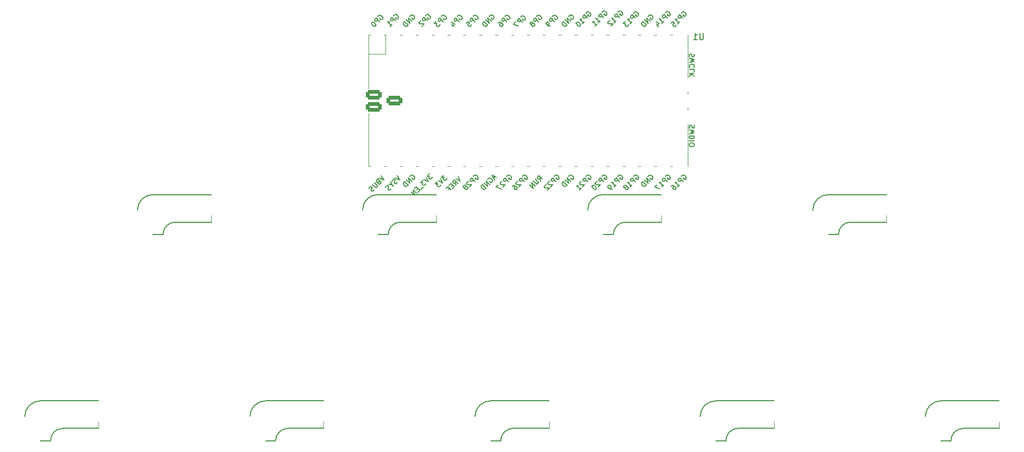
<source format=gbo>
%TF.GenerationSoftware,KiCad,Pcbnew,(6.0.7)*%
%TF.CreationDate,2023-03-11T10:43:17+08:00*%
%TF.ProjectId,popn_pico,706f706e-5f70-4696-936f-2e6b69636164,rev?*%
%TF.SameCoordinates,Original*%
%TF.FileFunction,Legend,Bot*%
%TF.FilePolarity,Positive*%
%FSLAX46Y46*%
G04 Gerber Fmt 4.6, Leading zero omitted, Abs format (unit mm)*
G04 Created by KiCad (PCBNEW (6.0.7)) date 2023-03-11 10:43:17*
%MOMM*%
%LPD*%
G01*
G04 APERTURE LIST*
G04 Aperture macros list*
%AMRoundRect*
0 Rectangle with rounded corners*
0 $1 Rounding radius*
0 $2 $3 $4 $5 $6 $7 $8 $9 X,Y pos of 4 corners*
0 Add a 4 corners polygon primitive as box body*
4,1,4,$2,$3,$4,$5,$6,$7,$8,$9,$2,$3,0*
0 Add four circle primitives for the rounded corners*
1,1,$1+$1,$2,$3*
1,1,$1+$1,$4,$5*
1,1,$1+$1,$6,$7*
1,1,$1+$1,$8,$9*
0 Add four rect primitives between the rounded corners*
20,1,$1+$1,$2,$3,$4,$5,0*
20,1,$1+$1,$4,$5,$6,$7,0*
20,1,$1+$1,$6,$7,$8,$9,0*
20,1,$1+$1,$8,$9,$2,$3,0*%
G04 Aperture macros list end*
%ADD10C,0.150000*%
%ADD11C,0.127000*%
%ADD12C,0.120000*%
%ADD13C,3.200000*%
%ADD14C,3.000000*%
%ADD15C,3.987800*%
%ADD16C,1.750000*%
%ADD17R,2.550000X2.500000*%
%ADD18C,0.650000*%
%ADD19O,1.000000X2.100000*%
%ADD20O,1.000000X1.600000*%
%ADD21R,1.700000X3.500000*%
%ADD22O,1.700000X1.700000*%
%ADD23R,1.700000X1.700000*%
%ADD24R,3.500000X1.700000*%
%ADD25RoundRect,0.300000X-0.950000X0.450000X-0.950000X-0.450000X0.950000X-0.450000X0.950000X0.450000X0*%
G04 APERTURE END LIST*
D10*
%TO.C,U1*%
X177331904Y-66602380D02*
X177331904Y-67411904D01*
X177284285Y-67507142D01*
X177236666Y-67554761D01*
X177141428Y-67602380D01*
X176950952Y-67602380D01*
X176855714Y-67554761D01*
X176808095Y-67507142D01*
X176760476Y-67411904D01*
X176760476Y-66602380D01*
X175760476Y-67602380D02*
X176331904Y-67602380D01*
X176046190Y-67602380D02*
X176046190Y-66602380D01*
X176141428Y-66745238D01*
X176236666Y-66840476D01*
X176331904Y-66888095D01*
X140566592Y-89497722D02*
X140593529Y-89416910D01*
X140674341Y-89336097D01*
X140782091Y-89282223D01*
X140889841Y-89282223D01*
X140970653Y-89309160D01*
X141105340Y-89389972D01*
X141186152Y-89470784D01*
X141266964Y-89605471D01*
X141293902Y-89686284D01*
X141293902Y-89794033D01*
X141240027Y-89901783D01*
X141186152Y-89955658D01*
X141078402Y-90009532D01*
X141024528Y-90009532D01*
X140835966Y-89820971D01*
X140943715Y-89713221D01*
X140835966Y-90305844D02*
X140270280Y-89740158D01*
X140054781Y-89955658D01*
X140027844Y-90036470D01*
X140027844Y-90090345D01*
X140054781Y-90171157D01*
X140135593Y-90251969D01*
X140216406Y-90278906D01*
X140270280Y-90278906D01*
X140351093Y-90251969D01*
X140566592Y-90036470D01*
X139785407Y-90332781D02*
X139731532Y-90332781D01*
X139650720Y-90359719D01*
X139516033Y-90494406D01*
X139489096Y-90575218D01*
X139489096Y-90629093D01*
X139516033Y-90709905D01*
X139569908Y-90763780D01*
X139677658Y-90817654D01*
X140324155Y-90817654D01*
X139973969Y-91167841D01*
X139327471Y-91167841D02*
X139354409Y-91087028D01*
X139354409Y-91033154D01*
X139327471Y-90952341D01*
X139300534Y-90925404D01*
X139219722Y-90898467D01*
X139165847Y-90898467D01*
X139085035Y-90925404D01*
X138977285Y-91033154D01*
X138950348Y-91113966D01*
X138950348Y-91167841D01*
X138977285Y-91248653D01*
X139004223Y-91275590D01*
X139085035Y-91302528D01*
X139138910Y-91302528D01*
X139219722Y-91275590D01*
X139327471Y-91167841D01*
X139408284Y-91140903D01*
X139462158Y-91140903D01*
X139542971Y-91167841D01*
X139650720Y-91275590D01*
X139677658Y-91356402D01*
X139677658Y-91410277D01*
X139650720Y-91491089D01*
X139542971Y-91598839D01*
X139462158Y-91625776D01*
X139408284Y-91625776D01*
X139327471Y-91598839D01*
X139219722Y-91491089D01*
X139192784Y-91410277D01*
X139192784Y-91356402D01*
X139219722Y-91275590D01*
X144060964Y-89551597D02*
X143791590Y-89820971D01*
X144276463Y-89659346D02*
X143522216Y-89282223D01*
X143899340Y-90036470D01*
X142875719Y-89982595D02*
X142902656Y-89901783D01*
X142983468Y-89820971D01*
X143091218Y-89767096D01*
X143198967Y-89767096D01*
X143279780Y-89794033D01*
X143414467Y-89874845D01*
X143495279Y-89955658D01*
X143576091Y-90090345D01*
X143603028Y-90171157D01*
X143603028Y-90278906D01*
X143549154Y-90386656D01*
X143495279Y-90440531D01*
X143387529Y-90494406D01*
X143333654Y-90494406D01*
X143145093Y-90305844D01*
X143252842Y-90198094D01*
X143145093Y-90790717D02*
X142579407Y-90225032D01*
X142821844Y-91113966D01*
X142256158Y-90548280D01*
X142552470Y-91383340D02*
X141986784Y-90817654D01*
X141852097Y-90952341D01*
X141798223Y-91060091D01*
X141798223Y-91167841D01*
X141825160Y-91248653D01*
X141905972Y-91383340D01*
X141986784Y-91464152D01*
X142121471Y-91544964D01*
X142202284Y-91571902D01*
X142310033Y-91571902D01*
X142417783Y-91518027D01*
X142552470Y-91383340D01*
X171300592Y-63343722D02*
X171327529Y-63262910D01*
X171408341Y-63182097D01*
X171516091Y-63128223D01*
X171623841Y-63128223D01*
X171704653Y-63155160D01*
X171839340Y-63235972D01*
X171920152Y-63316784D01*
X172000964Y-63451471D01*
X172027902Y-63532284D01*
X172027902Y-63640033D01*
X171974027Y-63747783D01*
X171920152Y-63801658D01*
X171812402Y-63855532D01*
X171758528Y-63855532D01*
X171569966Y-63666971D01*
X171677715Y-63559221D01*
X171569966Y-64151844D02*
X171004280Y-63586158D01*
X170788781Y-63801658D01*
X170761844Y-63882470D01*
X170761844Y-63936345D01*
X170788781Y-64017157D01*
X170869593Y-64097969D01*
X170950406Y-64124906D01*
X171004280Y-64124906D01*
X171085093Y-64097969D01*
X171300592Y-63882470D01*
X170707969Y-65013841D02*
X171031218Y-64690592D01*
X170869593Y-64852216D02*
X170303908Y-64286531D01*
X170438595Y-64313468D01*
X170546345Y-64313468D01*
X170627157Y-64286531D01*
X169845972Y-65121590D02*
X170223096Y-65498714D01*
X169765160Y-64771404D02*
X170303908Y-65040778D01*
X169953722Y-65390964D01*
X175843809Y-81304761D02*
X175881904Y-81419047D01*
X175881904Y-81609523D01*
X175843809Y-81685714D01*
X175805714Y-81723809D01*
X175729523Y-81761904D01*
X175653333Y-81761904D01*
X175577142Y-81723809D01*
X175539047Y-81685714D01*
X175500952Y-81609523D01*
X175462857Y-81457142D01*
X175424761Y-81380952D01*
X175386666Y-81342857D01*
X175310476Y-81304761D01*
X175234285Y-81304761D01*
X175158095Y-81342857D01*
X175120000Y-81380952D01*
X175081904Y-81457142D01*
X175081904Y-81647619D01*
X175120000Y-81761904D01*
X175081904Y-82028571D02*
X175881904Y-82219047D01*
X175310476Y-82371428D01*
X175881904Y-82523809D01*
X175081904Y-82714285D01*
X175881904Y-83019047D02*
X175081904Y-83019047D01*
X175081904Y-83209523D01*
X175120000Y-83323809D01*
X175196190Y-83400000D01*
X175272380Y-83438095D01*
X175424761Y-83476190D01*
X175539047Y-83476190D01*
X175691428Y-83438095D01*
X175767619Y-83400000D01*
X175843809Y-83323809D01*
X175881904Y-83209523D01*
X175881904Y-83019047D01*
X175881904Y-83819047D02*
X175081904Y-83819047D01*
X175081904Y-84352380D02*
X175081904Y-84504761D01*
X175120000Y-84580952D01*
X175196190Y-84657142D01*
X175348571Y-84695238D01*
X175615238Y-84695238D01*
X175767619Y-84657142D01*
X175843809Y-84580952D01*
X175881904Y-84504761D01*
X175881904Y-84352380D01*
X175843809Y-84276190D01*
X175767619Y-84200000D01*
X175615238Y-84161904D01*
X175348571Y-84161904D01*
X175196190Y-84200000D01*
X175120000Y-84276190D01*
X175081904Y-84352380D01*
X168518155Y-89486158D02*
X168545093Y-89405346D01*
X168625905Y-89324534D01*
X168733654Y-89270659D01*
X168841404Y-89270659D01*
X168922216Y-89297597D01*
X169056903Y-89378409D01*
X169137715Y-89459221D01*
X169218528Y-89593908D01*
X169245465Y-89674720D01*
X169245465Y-89782470D01*
X169191590Y-89890219D01*
X169137715Y-89944094D01*
X169029966Y-89997969D01*
X168976091Y-89997969D01*
X168787529Y-89809407D01*
X168895279Y-89701658D01*
X168787529Y-90294280D02*
X168221844Y-89728595D01*
X168464280Y-90617529D01*
X167898595Y-90051844D01*
X168194906Y-90886903D02*
X167629221Y-90321218D01*
X167494534Y-90455905D01*
X167440659Y-90563654D01*
X167440659Y-90671404D01*
X167467597Y-90752216D01*
X167548409Y-90886903D01*
X167629221Y-90967715D01*
X167763908Y-91048528D01*
X167844720Y-91075465D01*
X167952470Y-91075465D01*
X168060219Y-91021590D01*
X168194906Y-90886903D01*
X127841218Y-63813096D02*
X127868155Y-63732284D01*
X127948967Y-63651471D01*
X128056717Y-63597597D01*
X128164467Y-63597597D01*
X128245279Y-63624534D01*
X128379966Y-63705346D01*
X128460778Y-63786158D01*
X128541590Y-63920845D01*
X128568528Y-64001658D01*
X128568528Y-64109407D01*
X128514653Y-64217157D01*
X128460778Y-64271032D01*
X128353028Y-64324906D01*
X128299154Y-64324906D01*
X128110592Y-64136345D01*
X128218341Y-64028595D01*
X128110592Y-64621218D02*
X127544906Y-64055532D01*
X127329407Y-64271032D01*
X127302470Y-64351844D01*
X127302470Y-64405719D01*
X127329407Y-64486531D01*
X127410219Y-64567343D01*
X127491032Y-64594280D01*
X127544906Y-64594280D01*
X127625719Y-64567343D01*
X127841218Y-64351844D01*
X127248595Y-65483215D02*
X127571844Y-65159966D01*
X127410219Y-65321590D02*
X126844534Y-64755905D01*
X126979221Y-64782842D01*
X127086971Y-64782842D01*
X127167783Y-64755905D01*
X161140592Y-63243722D02*
X161167529Y-63162910D01*
X161248341Y-63082097D01*
X161356091Y-63028223D01*
X161463841Y-63028223D01*
X161544653Y-63055160D01*
X161679340Y-63135972D01*
X161760152Y-63216784D01*
X161840964Y-63351471D01*
X161867902Y-63432284D01*
X161867902Y-63540033D01*
X161814027Y-63647783D01*
X161760152Y-63701658D01*
X161652402Y-63755532D01*
X161598528Y-63755532D01*
X161409966Y-63566971D01*
X161517715Y-63459221D01*
X161409966Y-64051844D02*
X160844280Y-63486158D01*
X160628781Y-63701658D01*
X160601844Y-63782470D01*
X160601844Y-63836345D01*
X160628781Y-63917157D01*
X160709593Y-63997969D01*
X160790406Y-64024906D01*
X160844280Y-64024906D01*
X160925093Y-63997969D01*
X161140592Y-63782470D01*
X160547969Y-64913841D02*
X160871218Y-64590592D01*
X160709593Y-64752216D02*
X160143908Y-64186531D01*
X160278595Y-64213468D01*
X160386345Y-64213468D01*
X160467157Y-64186531D01*
X160009221Y-65452589D02*
X160332470Y-65129340D01*
X160170845Y-65290964D02*
X159605160Y-64725279D01*
X159739847Y-64752216D01*
X159847597Y-64752216D01*
X159928409Y-64725279D01*
X143118155Y-63886158D02*
X143145093Y-63805346D01*
X143225905Y-63724534D01*
X143333654Y-63670659D01*
X143441404Y-63670659D01*
X143522216Y-63697597D01*
X143656903Y-63778409D01*
X143737715Y-63859221D01*
X143818528Y-63993908D01*
X143845465Y-64074720D01*
X143845465Y-64182470D01*
X143791590Y-64290219D01*
X143737715Y-64344094D01*
X143629966Y-64397969D01*
X143576091Y-64397969D01*
X143387529Y-64209407D01*
X143495279Y-64101658D01*
X143387529Y-64694280D02*
X142821844Y-64128595D01*
X143064280Y-65017529D01*
X142498595Y-64451844D01*
X142794906Y-65286903D02*
X142229221Y-64721218D01*
X142094534Y-64855905D01*
X142040659Y-64963654D01*
X142040659Y-65071404D01*
X142067597Y-65152216D01*
X142148409Y-65286903D01*
X142229221Y-65367715D01*
X142363908Y-65448528D01*
X142444720Y-65475465D01*
X142552470Y-65475465D01*
X142660219Y-65421590D01*
X142794906Y-65286903D01*
X163680592Y-89497722D02*
X163707529Y-89416910D01*
X163788341Y-89336097D01*
X163896091Y-89282223D01*
X164003841Y-89282223D01*
X164084653Y-89309160D01*
X164219340Y-89389972D01*
X164300152Y-89470784D01*
X164380964Y-89605471D01*
X164407902Y-89686284D01*
X164407902Y-89794033D01*
X164354027Y-89901783D01*
X164300152Y-89955658D01*
X164192402Y-90009532D01*
X164138528Y-90009532D01*
X163949966Y-89820971D01*
X164057715Y-89713221D01*
X163949966Y-90305844D02*
X163384280Y-89740158D01*
X163168781Y-89955658D01*
X163141844Y-90036470D01*
X163141844Y-90090345D01*
X163168781Y-90171157D01*
X163249593Y-90251969D01*
X163330406Y-90278906D01*
X163384280Y-90278906D01*
X163465093Y-90251969D01*
X163680592Y-90036470D01*
X163087969Y-91167841D02*
X163411218Y-90844592D01*
X163249593Y-91006216D02*
X162683908Y-90440531D01*
X162818595Y-90467468D01*
X162926345Y-90467468D01*
X163007157Y-90440531D01*
X162818595Y-91437215D02*
X162710845Y-91544964D01*
X162630033Y-91571902D01*
X162576158Y-91571902D01*
X162441471Y-91544964D01*
X162306784Y-91464152D01*
X162091285Y-91248653D01*
X162064348Y-91167841D01*
X162064348Y-91113966D01*
X162091285Y-91033154D01*
X162199035Y-90925404D01*
X162279847Y-90898467D01*
X162333722Y-90898467D01*
X162414534Y-90925404D01*
X162549221Y-91060091D01*
X162576158Y-91140903D01*
X162576158Y-91194778D01*
X162549221Y-91275590D01*
X162441471Y-91383340D01*
X162360659Y-91410277D01*
X162306784Y-91410277D01*
X162225972Y-91383340D01*
X133492308Y-89093131D02*
X133142122Y-89443317D01*
X133546183Y-89470255D01*
X133465370Y-89551067D01*
X133438433Y-89631879D01*
X133438433Y-89685754D01*
X133465370Y-89766566D01*
X133600057Y-89901253D01*
X133680870Y-89928190D01*
X133734744Y-89928190D01*
X133815557Y-89901253D01*
X133977181Y-89739629D01*
X134004118Y-89658816D01*
X134004118Y-89604942D01*
X132980497Y-89604942D02*
X133357621Y-90359189D01*
X132603374Y-89982065D01*
X132468687Y-90116752D02*
X132118500Y-90466938D01*
X132522561Y-90493876D01*
X132441749Y-90574688D01*
X132414812Y-90655500D01*
X132414812Y-90709375D01*
X132441749Y-90790187D01*
X132576436Y-90924874D01*
X132657248Y-90951812D01*
X132711123Y-90951812D01*
X132791935Y-90924874D01*
X132953560Y-90763250D01*
X132980497Y-90682438D01*
X132980497Y-90628563D01*
X132630311Y-91194248D02*
X132199312Y-91625247D01*
X131714439Y-91409748D02*
X131525877Y-91598309D01*
X131741377Y-91975433D02*
X132010751Y-91706059D01*
X131445065Y-91140374D01*
X131175691Y-91409748D01*
X131498940Y-92217870D02*
X130933255Y-91652184D01*
X131175691Y-92541118D01*
X130610006Y-91975433D01*
X138011218Y-63913096D02*
X138038155Y-63832284D01*
X138118967Y-63751471D01*
X138226717Y-63697597D01*
X138334467Y-63697597D01*
X138415279Y-63724534D01*
X138549966Y-63805346D01*
X138630778Y-63886158D01*
X138711590Y-64020845D01*
X138738528Y-64101658D01*
X138738528Y-64209407D01*
X138684653Y-64317157D01*
X138630778Y-64371032D01*
X138523028Y-64424906D01*
X138469154Y-64424906D01*
X138280592Y-64236345D01*
X138388341Y-64128595D01*
X138280592Y-64721218D02*
X137714906Y-64155532D01*
X137499407Y-64371032D01*
X137472470Y-64451844D01*
X137472470Y-64505719D01*
X137499407Y-64586531D01*
X137580219Y-64667343D01*
X137661032Y-64694280D01*
X137714906Y-64694280D01*
X137795719Y-64667343D01*
X138011218Y-64451844D01*
X137095346Y-65152216D02*
X137472470Y-65529340D01*
X137014534Y-64802030D02*
X137553282Y-65071404D01*
X137203096Y-65421590D01*
X171300592Y-89497722D02*
X171327529Y-89416910D01*
X171408341Y-89336097D01*
X171516091Y-89282223D01*
X171623841Y-89282223D01*
X171704653Y-89309160D01*
X171839340Y-89389972D01*
X171920152Y-89470784D01*
X172000964Y-89605471D01*
X172027902Y-89686284D01*
X172027902Y-89794033D01*
X171974027Y-89901783D01*
X171920152Y-89955658D01*
X171812402Y-90009532D01*
X171758528Y-90009532D01*
X171569966Y-89820971D01*
X171677715Y-89713221D01*
X171569966Y-90305844D02*
X171004280Y-89740158D01*
X170788781Y-89955658D01*
X170761844Y-90036470D01*
X170761844Y-90090345D01*
X170788781Y-90171157D01*
X170869593Y-90251969D01*
X170950406Y-90278906D01*
X171004280Y-90278906D01*
X171085093Y-90251969D01*
X171300592Y-90036470D01*
X170707969Y-91167841D02*
X171031218Y-90844592D01*
X170869593Y-91006216D02*
X170303908Y-90440531D01*
X170438595Y-90467468D01*
X170546345Y-90467468D01*
X170627157Y-90440531D01*
X169953722Y-90790717D02*
X169576598Y-91167841D01*
X170384720Y-91491089D01*
X153520592Y-89497722D02*
X153547529Y-89416910D01*
X153628341Y-89336097D01*
X153736091Y-89282223D01*
X153843841Y-89282223D01*
X153924653Y-89309160D01*
X154059340Y-89389972D01*
X154140152Y-89470784D01*
X154220964Y-89605471D01*
X154247902Y-89686284D01*
X154247902Y-89794033D01*
X154194027Y-89901783D01*
X154140152Y-89955658D01*
X154032402Y-90009532D01*
X153978528Y-90009532D01*
X153789966Y-89820971D01*
X153897715Y-89713221D01*
X153789966Y-90305844D02*
X153224280Y-89740158D01*
X153008781Y-89955658D01*
X152981844Y-90036470D01*
X152981844Y-90090345D01*
X153008781Y-90171157D01*
X153089593Y-90251969D01*
X153170406Y-90278906D01*
X153224280Y-90278906D01*
X153305093Y-90251969D01*
X153520592Y-90036470D01*
X152739407Y-90332781D02*
X152685532Y-90332781D01*
X152604720Y-90359719D01*
X152470033Y-90494406D01*
X152443096Y-90575218D01*
X152443096Y-90629093D01*
X152470033Y-90709905D01*
X152523908Y-90763780D01*
X152631658Y-90817654D01*
X153278155Y-90817654D01*
X152927969Y-91167841D01*
X152200659Y-90871529D02*
X152146784Y-90871529D01*
X152065972Y-90898467D01*
X151931285Y-91033154D01*
X151904348Y-91113966D01*
X151904348Y-91167841D01*
X151931285Y-91248653D01*
X151985160Y-91302528D01*
X152092910Y-91356402D01*
X152739407Y-91356402D01*
X152389221Y-91706589D01*
X163680592Y-63243722D02*
X163707529Y-63162910D01*
X163788341Y-63082097D01*
X163896091Y-63028223D01*
X164003841Y-63028223D01*
X164084653Y-63055160D01*
X164219340Y-63135972D01*
X164300152Y-63216784D01*
X164380964Y-63351471D01*
X164407902Y-63432284D01*
X164407902Y-63540033D01*
X164354027Y-63647783D01*
X164300152Y-63701658D01*
X164192402Y-63755532D01*
X164138528Y-63755532D01*
X163949966Y-63566971D01*
X164057715Y-63459221D01*
X163949966Y-64051844D02*
X163384280Y-63486158D01*
X163168781Y-63701658D01*
X163141844Y-63782470D01*
X163141844Y-63836345D01*
X163168781Y-63917157D01*
X163249593Y-63997969D01*
X163330406Y-64024906D01*
X163384280Y-64024906D01*
X163465093Y-63997969D01*
X163680592Y-63782470D01*
X163087969Y-64913841D02*
X163411218Y-64590592D01*
X163249593Y-64752216D02*
X162683908Y-64186531D01*
X162818595Y-64213468D01*
X162926345Y-64213468D01*
X163007157Y-64186531D01*
X162360659Y-64617529D02*
X162306784Y-64617529D01*
X162225972Y-64644467D01*
X162091285Y-64779154D01*
X162064348Y-64859966D01*
X162064348Y-64913841D01*
X162091285Y-64994653D01*
X162145160Y-65048528D01*
X162252910Y-65102402D01*
X162899407Y-65102402D01*
X162549221Y-65452589D01*
X125847309Y-89353129D02*
X126224433Y-90107377D01*
X125470186Y-89730253D01*
X125362436Y-90376751D02*
X125308561Y-90484500D01*
X125308561Y-90538375D01*
X125335499Y-90619187D01*
X125416311Y-90700000D01*
X125497123Y-90726937D01*
X125550998Y-90726937D01*
X125631810Y-90700000D01*
X125847309Y-90484500D01*
X125281624Y-89918815D01*
X125093062Y-90107377D01*
X125066125Y-90188189D01*
X125066125Y-90242064D01*
X125093062Y-90322876D01*
X125146937Y-90376751D01*
X125227749Y-90403688D01*
X125281624Y-90403688D01*
X125362436Y-90376751D01*
X125550998Y-90188189D01*
X124715938Y-90484500D02*
X125173874Y-90942436D01*
X125200812Y-91023248D01*
X125200812Y-91077123D01*
X125173874Y-91157935D01*
X125066125Y-91265685D01*
X124985312Y-91292622D01*
X124931438Y-91292622D01*
X124850625Y-91265685D01*
X124392690Y-90807749D01*
X124689001Y-91588934D02*
X124635126Y-91696683D01*
X124500439Y-91831370D01*
X124419627Y-91858308D01*
X124365752Y-91858308D01*
X124284940Y-91831370D01*
X124231065Y-91777496D01*
X124204128Y-91696683D01*
X124204128Y-91642809D01*
X124231065Y-91561996D01*
X124311877Y-91427309D01*
X124338815Y-91346497D01*
X124338815Y-91292622D01*
X124311877Y-91211810D01*
X124258003Y-91157935D01*
X124177190Y-91130998D01*
X124123316Y-91130998D01*
X124042503Y-91157935D01*
X123907816Y-91292622D01*
X123853942Y-91400372D01*
X150711218Y-63913096D02*
X150738155Y-63832284D01*
X150818967Y-63751471D01*
X150926717Y-63697597D01*
X151034467Y-63697597D01*
X151115279Y-63724534D01*
X151249966Y-63805346D01*
X151330778Y-63886158D01*
X151411590Y-64020845D01*
X151438528Y-64101658D01*
X151438528Y-64209407D01*
X151384653Y-64317157D01*
X151330778Y-64371032D01*
X151223028Y-64424906D01*
X151169154Y-64424906D01*
X150980592Y-64236345D01*
X151088341Y-64128595D01*
X150980592Y-64721218D02*
X150414906Y-64155532D01*
X150199407Y-64371032D01*
X150172470Y-64451844D01*
X150172470Y-64505719D01*
X150199407Y-64586531D01*
X150280219Y-64667343D01*
X150361032Y-64694280D01*
X150414906Y-64694280D01*
X150495719Y-64667343D01*
X150711218Y-64451844D01*
X150010845Y-65044467D02*
X150037783Y-64963654D01*
X150037783Y-64909780D01*
X150010845Y-64828967D01*
X149983908Y-64802030D01*
X149903096Y-64775093D01*
X149849221Y-64775093D01*
X149768409Y-64802030D01*
X149660659Y-64909780D01*
X149633722Y-64990592D01*
X149633722Y-65044467D01*
X149660659Y-65125279D01*
X149687597Y-65152216D01*
X149768409Y-65179154D01*
X149822284Y-65179154D01*
X149903096Y-65152216D01*
X150010845Y-65044467D01*
X150091658Y-65017529D01*
X150145532Y-65017529D01*
X150226345Y-65044467D01*
X150334094Y-65152216D01*
X150361032Y-65233028D01*
X150361032Y-65286903D01*
X150334094Y-65367715D01*
X150226345Y-65475465D01*
X150145532Y-65502402D01*
X150091658Y-65502402D01*
X150010845Y-65475465D01*
X149903096Y-65367715D01*
X149876158Y-65286903D01*
X149876158Y-65233028D01*
X149903096Y-65152216D01*
X132931218Y-63813096D02*
X132958155Y-63732284D01*
X133038967Y-63651471D01*
X133146717Y-63597597D01*
X133254467Y-63597597D01*
X133335279Y-63624534D01*
X133469966Y-63705346D01*
X133550778Y-63786158D01*
X133631590Y-63920845D01*
X133658528Y-64001658D01*
X133658528Y-64109407D01*
X133604653Y-64217157D01*
X133550778Y-64271032D01*
X133443028Y-64324906D01*
X133389154Y-64324906D01*
X133200592Y-64136345D01*
X133308341Y-64028595D01*
X133200592Y-64621218D02*
X132634906Y-64055532D01*
X132419407Y-64271032D01*
X132392470Y-64351844D01*
X132392470Y-64405719D01*
X132419407Y-64486531D01*
X132500219Y-64567343D01*
X132581032Y-64594280D01*
X132634906Y-64594280D01*
X132715719Y-64567343D01*
X132931218Y-64351844D01*
X132150033Y-64648155D02*
X132096158Y-64648155D01*
X132015346Y-64675093D01*
X131880659Y-64809780D01*
X131853722Y-64890592D01*
X131853722Y-64944467D01*
X131880659Y-65025279D01*
X131934534Y-65079154D01*
X132042284Y-65133028D01*
X132688781Y-65133028D01*
X132338595Y-65483215D01*
X135471218Y-63913096D02*
X135498155Y-63832284D01*
X135578967Y-63751471D01*
X135686717Y-63697597D01*
X135794467Y-63697597D01*
X135875279Y-63724534D01*
X136009966Y-63805346D01*
X136090778Y-63886158D01*
X136171590Y-64020845D01*
X136198528Y-64101658D01*
X136198528Y-64209407D01*
X136144653Y-64317157D01*
X136090778Y-64371032D01*
X135983028Y-64424906D01*
X135929154Y-64424906D01*
X135740592Y-64236345D01*
X135848341Y-64128595D01*
X135740592Y-64721218D02*
X135174906Y-64155532D01*
X134959407Y-64371032D01*
X134932470Y-64451844D01*
X134932470Y-64505719D01*
X134959407Y-64586531D01*
X135040219Y-64667343D01*
X135121032Y-64694280D01*
X135174906Y-64694280D01*
X135255719Y-64667343D01*
X135471218Y-64451844D01*
X134663096Y-64667343D02*
X134312910Y-65017529D01*
X134716971Y-65044467D01*
X134636158Y-65125279D01*
X134609221Y-65206091D01*
X134609221Y-65259966D01*
X134636158Y-65340778D01*
X134770845Y-65475465D01*
X134851658Y-65502402D01*
X134905532Y-65502402D01*
X134986345Y-65475465D01*
X135147969Y-65313841D01*
X135174906Y-65233028D01*
X135174906Y-65179154D01*
X145631218Y-63913096D02*
X145658155Y-63832284D01*
X145738967Y-63751471D01*
X145846717Y-63697597D01*
X145954467Y-63697597D01*
X146035279Y-63724534D01*
X146169966Y-63805346D01*
X146250778Y-63886158D01*
X146331590Y-64020845D01*
X146358528Y-64101658D01*
X146358528Y-64209407D01*
X146304653Y-64317157D01*
X146250778Y-64371032D01*
X146143028Y-64424906D01*
X146089154Y-64424906D01*
X145900592Y-64236345D01*
X146008341Y-64128595D01*
X145900592Y-64721218D02*
X145334906Y-64155532D01*
X145119407Y-64371032D01*
X145092470Y-64451844D01*
X145092470Y-64505719D01*
X145119407Y-64586531D01*
X145200219Y-64667343D01*
X145281032Y-64694280D01*
X145334906Y-64694280D01*
X145415719Y-64667343D01*
X145631218Y-64451844D01*
X144526784Y-64963654D02*
X144634534Y-64855905D01*
X144715346Y-64828967D01*
X144769221Y-64828967D01*
X144903908Y-64855905D01*
X145038595Y-64936717D01*
X145254094Y-65152216D01*
X145281032Y-65233028D01*
X145281032Y-65286903D01*
X145254094Y-65367715D01*
X145146345Y-65475465D01*
X145065532Y-65502402D01*
X145011658Y-65502402D01*
X144930845Y-65475465D01*
X144796158Y-65340778D01*
X144769221Y-65259966D01*
X144769221Y-65206091D01*
X144796158Y-65125279D01*
X144903908Y-65017529D01*
X144984720Y-64990592D01*
X145038595Y-64990592D01*
X145119407Y-65017529D01*
X153251218Y-63913096D02*
X153278155Y-63832284D01*
X153358967Y-63751471D01*
X153466717Y-63697597D01*
X153574467Y-63697597D01*
X153655279Y-63724534D01*
X153789966Y-63805346D01*
X153870778Y-63886158D01*
X153951590Y-64020845D01*
X153978528Y-64101658D01*
X153978528Y-64209407D01*
X153924653Y-64317157D01*
X153870778Y-64371032D01*
X153763028Y-64424906D01*
X153709154Y-64424906D01*
X153520592Y-64236345D01*
X153628341Y-64128595D01*
X153520592Y-64721218D02*
X152954906Y-64155532D01*
X152739407Y-64371032D01*
X152712470Y-64451844D01*
X152712470Y-64505719D01*
X152739407Y-64586531D01*
X152820219Y-64667343D01*
X152901032Y-64694280D01*
X152954906Y-64694280D01*
X153035719Y-64667343D01*
X153251218Y-64451844D01*
X152927969Y-65313841D02*
X152820219Y-65421590D01*
X152739407Y-65448528D01*
X152685532Y-65448528D01*
X152550845Y-65421590D01*
X152416158Y-65340778D01*
X152200659Y-65125279D01*
X152173722Y-65044467D01*
X152173722Y-64990592D01*
X152200659Y-64909780D01*
X152308409Y-64802030D01*
X152389221Y-64775093D01*
X152443096Y-64775093D01*
X152523908Y-64802030D01*
X152658595Y-64936717D01*
X152685532Y-65017529D01*
X152685532Y-65071404D01*
X152658595Y-65152216D01*
X152550845Y-65259966D01*
X152470033Y-65286903D01*
X152416158Y-65286903D01*
X152335346Y-65259966D01*
X155818155Y-89486158D02*
X155845093Y-89405346D01*
X155925905Y-89324534D01*
X156033654Y-89270659D01*
X156141404Y-89270659D01*
X156222216Y-89297597D01*
X156356903Y-89378409D01*
X156437715Y-89459221D01*
X156518528Y-89593908D01*
X156545465Y-89674720D01*
X156545465Y-89782470D01*
X156491590Y-89890219D01*
X156437715Y-89944094D01*
X156329966Y-89997969D01*
X156276091Y-89997969D01*
X156087529Y-89809407D01*
X156195279Y-89701658D01*
X156087529Y-90294280D02*
X155521844Y-89728595D01*
X155764280Y-90617529D01*
X155198595Y-90051844D01*
X155494906Y-90886903D02*
X154929221Y-90321218D01*
X154794534Y-90455905D01*
X154740659Y-90563654D01*
X154740659Y-90671404D01*
X154767597Y-90752216D01*
X154848409Y-90886903D01*
X154929221Y-90967715D01*
X155063908Y-91048528D01*
X155144720Y-91075465D01*
X155252470Y-91075465D01*
X155360219Y-91021590D01*
X155494906Y-90886903D01*
X130418155Y-89486158D02*
X130445093Y-89405346D01*
X130525905Y-89324534D01*
X130633654Y-89270659D01*
X130741404Y-89270659D01*
X130822216Y-89297597D01*
X130956903Y-89378409D01*
X131037715Y-89459221D01*
X131118528Y-89593908D01*
X131145465Y-89674720D01*
X131145465Y-89782470D01*
X131091590Y-89890219D01*
X131037715Y-89944094D01*
X130929966Y-89997969D01*
X130876091Y-89997969D01*
X130687529Y-89809407D01*
X130795279Y-89701658D01*
X130687529Y-90294280D02*
X130121844Y-89728595D01*
X130364280Y-90617529D01*
X129798595Y-90051844D01*
X130094906Y-90886903D02*
X129529221Y-90321218D01*
X129394534Y-90455905D01*
X129340659Y-90563654D01*
X129340659Y-90671404D01*
X129367597Y-90752216D01*
X129448409Y-90886903D01*
X129529221Y-90967715D01*
X129663908Y-91048528D01*
X129744720Y-91075465D01*
X129852470Y-91075465D01*
X129960219Y-91021590D01*
X130094906Y-90886903D01*
X148440592Y-89497722D02*
X148467529Y-89416910D01*
X148548341Y-89336097D01*
X148656091Y-89282223D01*
X148763841Y-89282223D01*
X148844653Y-89309160D01*
X148979340Y-89389972D01*
X149060152Y-89470784D01*
X149140964Y-89605471D01*
X149167902Y-89686284D01*
X149167902Y-89794033D01*
X149114027Y-89901783D01*
X149060152Y-89955658D01*
X148952402Y-90009532D01*
X148898528Y-90009532D01*
X148709966Y-89820971D01*
X148817715Y-89713221D01*
X148709966Y-90305844D02*
X148144280Y-89740158D01*
X147928781Y-89955658D01*
X147901844Y-90036470D01*
X147901844Y-90090345D01*
X147928781Y-90171157D01*
X148009593Y-90251969D01*
X148090406Y-90278906D01*
X148144280Y-90278906D01*
X148225093Y-90251969D01*
X148440592Y-90036470D01*
X147659407Y-90332781D02*
X147605532Y-90332781D01*
X147524720Y-90359719D01*
X147390033Y-90494406D01*
X147363096Y-90575218D01*
X147363096Y-90629093D01*
X147390033Y-90709905D01*
X147443908Y-90763780D01*
X147551658Y-90817654D01*
X148198155Y-90817654D01*
X147847969Y-91167841D01*
X146797410Y-91087028D02*
X146905160Y-90979279D01*
X146985972Y-90952341D01*
X147039847Y-90952341D01*
X147174534Y-90979279D01*
X147309221Y-91060091D01*
X147524720Y-91275590D01*
X147551658Y-91356402D01*
X147551658Y-91410277D01*
X147524720Y-91491089D01*
X147416971Y-91598839D01*
X147336158Y-91625776D01*
X147282284Y-91625776D01*
X147201471Y-91598839D01*
X147066784Y-91464152D01*
X147039847Y-91383340D01*
X147039847Y-91329465D01*
X147066784Y-91248653D01*
X147174534Y-91140903D01*
X147255346Y-91113966D01*
X147309221Y-91113966D01*
X147390033Y-91140903D01*
X175843809Y-69890476D02*
X175881904Y-70004761D01*
X175881904Y-70195238D01*
X175843809Y-70271428D01*
X175805714Y-70309523D01*
X175729523Y-70347619D01*
X175653333Y-70347619D01*
X175577142Y-70309523D01*
X175539047Y-70271428D01*
X175500952Y-70195238D01*
X175462857Y-70042857D01*
X175424761Y-69966666D01*
X175386666Y-69928571D01*
X175310476Y-69890476D01*
X175234285Y-69890476D01*
X175158095Y-69928571D01*
X175120000Y-69966666D01*
X175081904Y-70042857D01*
X175081904Y-70233333D01*
X175120000Y-70347619D01*
X175081904Y-70614285D02*
X175881904Y-70804761D01*
X175310476Y-70957142D01*
X175881904Y-71109523D01*
X175081904Y-71300000D01*
X175805714Y-72061904D02*
X175843809Y-72023809D01*
X175881904Y-71909523D01*
X175881904Y-71833333D01*
X175843809Y-71719047D01*
X175767619Y-71642857D01*
X175691428Y-71604761D01*
X175539047Y-71566666D01*
X175424761Y-71566666D01*
X175272380Y-71604761D01*
X175196190Y-71642857D01*
X175120000Y-71719047D01*
X175081904Y-71833333D01*
X175081904Y-71909523D01*
X175120000Y-72023809D01*
X175158095Y-72061904D01*
X175881904Y-72785714D02*
X175881904Y-72404761D01*
X175081904Y-72404761D01*
X175881904Y-73052380D02*
X175081904Y-73052380D01*
X175881904Y-73509523D02*
X175424761Y-73166666D01*
X175081904Y-73509523D02*
X175539047Y-73052380D01*
X148141218Y-64013096D02*
X148168155Y-63932284D01*
X148248967Y-63851471D01*
X148356717Y-63797597D01*
X148464467Y-63797597D01*
X148545279Y-63824534D01*
X148679966Y-63905346D01*
X148760778Y-63986158D01*
X148841590Y-64120845D01*
X148868528Y-64201658D01*
X148868528Y-64309407D01*
X148814653Y-64417157D01*
X148760778Y-64471032D01*
X148653028Y-64524906D01*
X148599154Y-64524906D01*
X148410592Y-64336345D01*
X148518341Y-64228595D01*
X148410592Y-64821218D02*
X147844906Y-64255532D01*
X147629407Y-64471032D01*
X147602470Y-64551844D01*
X147602470Y-64605719D01*
X147629407Y-64686531D01*
X147710219Y-64767343D01*
X147791032Y-64794280D01*
X147844906Y-64794280D01*
X147925719Y-64767343D01*
X148141218Y-64551844D01*
X147333096Y-64767343D02*
X146955972Y-65144467D01*
X147764094Y-65467715D01*
X155818155Y-63886158D02*
X155845093Y-63805346D01*
X155925905Y-63724534D01*
X156033654Y-63670659D01*
X156141404Y-63670659D01*
X156222216Y-63697597D01*
X156356903Y-63778409D01*
X156437715Y-63859221D01*
X156518528Y-63993908D01*
X156545465Y-64074720D01*
X156545465Y-64182470D01*
X156491590Y-64290219D01*
X156437715Y-64344094D01*
X156329966Y-64397969D01*
X156276091Y-64397969D01*
X156087529Y-64209407D01*
X156195279Y-64101658D01*
X156087529Y-64694280D02*
X155521844Y-64128595D01*
X155764280Y-65017529D01*
X155198595Y-64451844D01*
X155494906Y-65286903D02*
X154929221Y-64721218D01*
X154794534Y-64855905D01*
X154740659Y-64963654D01*
X154740659Y-65071404D01*
X154767597Y-65152216D01*
X154848409Y-65286903D01*
X154929221Y-65367715D01*
X155063908Y-65448528D01*
X155144720Y-65475465D01*
X155252470Y-65475465D01*
X155360219Y-65421590D01*
X155494906Y-65286903D01*
X140551218Y-63913096D02*
X140578155Y-63832284D01*
X140658967Y-63751471D01*
X140766717Y-63697597D01*
X140874467Y-63697597D01*
X140955279Y-63724534D01*
X141089966Y-63805346D01*
X141170778Y-63886158D01*
X141251590Y-64020845D01*
X141278528Y-64101658D01*
X141278528Y-64209407D01*
X141224653Y-64317157D01*
X141170778Y-64371032D01*
X141063028Y-64424906D01*
X141009154Y-64424906D01*
X140820592Y-64236345D01*
X140928341Y-64128595D01*
X140820592Y-64721218D02*
X140254906Y-64155532D01*
X140039407Y-64371032D01*
X140012470Y-64451844D01*
X140012470Y-64505719D01*
X140039407Y-64586531D01*
X140120219Y-64667343D01*
X140201032Y-64694280D01*
X140254906Y-64694280D01*
X140335719Y-64667343D01*
X140551218Y-64451844D01*
X139419847Y-64990592D02*
X139689221Y-64721218D01*
X139985532Y-64963654D01*
X139931658Y-64963654D01*
X139850845Y-64990592D01*
X139716158Y-65125279D01*
X139689221Y-65206091D01*
X139689221Y-65259966D01*
X139716158Y-65340778D01*
X139850845Y-65475465D01*
X139931658Y-65502402D01*
X139985532Y-65502402D01*
X140066345Y-65475465D01*
X140201032Y-65340778D01*
X140227969Y-65259966D01*
X140227969Y-65206091D01*
X173840592Y-89497722D02*
X173867529Y-89416910D01*
X173948341Y-89336097D01*
X174056091Y-89282223D01*
X174163841Y-89282223D01*
X174244653Y-89309160D01*
X174379340Y-89389972D01*
X174460152Y-89470784D01*
X174540964Y-89605471D01*
X174567902Y-89686284D01*
X174567902Y-89794033D01*
X174514027Y-89901783D01*
X174460152Y-89955658D01*
X174352402Y-90009532D01*
X174298528Y-90009532D01*
X174109966Y-89820971D01*
X174217715Y-89713221D01*
X174109966Y-90305844D02*
X173544280Y-89740158D01*
X173328781Y-89955658D01*
X173301844Y-90036470D01*
X173301844Y-90090345D01*
X173328781Y-90171157D01*
X173409593Y-90251969D01*
X173490406Y-90278906D01*
X173544280Y-90278906D01*
X173625093Y-90251969D01*
X173840592Y-90036470D01*
X173247969Y-91167841D02*
X173571218Y-90844592D01*
X173409593Y-91006216D02*
X172843908Y-90440531D01*
X172978595Y-90467468D01*
X173086345Y-90467468D01*
X173167157Y-90440531D01*
X172197410Y-91087028D02*
X172305160Y-90979279D01*
X172385972Y-90952341D01*
X172439847Y-90952341D01*
X172574534Y-90979279D01*
X172709221Y-91060091D01*
X172924720Y-91275590D01*
X172951658Y-91356402D01*
X172951658Y-91410277D01*
X172924720Y-91491089D01*
X172816971Y-91598839D01*
X172736158Y-91625776D01*
X172682284Y-91625776D01*
X172601471Y-91598839D01*
X172466784Y-91464152D01*
X172439847Y-91383340D01*
X172439847Y-91329465D01*
X172466784Y-91248653D01*
X172574534Y-91140903D01*
X172655346Y-91113966D01*
X172709221Y-91113966D01*
X172790033Y-91140903D01*
X168518155Y-63886158D02*
X168545093Y-63805346D01*
X168625905Y-63724534D01*
X168733654Y-63670659D01*
X168841404Y-63670659D01*
X168922216Y-63697597D01*
X169056903Y-63778409D01*
X169137715Y-63859221D01*
X169218528Y-63993908D01*
X169245465Y-64074720D01*
X169245465Y-64182470D01*
X169191590Y-64290219D01*
X169137715Y-64344094D01*
X169029966Y-64397969D01*
X168976091Y-64397969D01*
X168787529Y-64209407D01*
X168895279Y-64101658D01*
X168787529Y-64694280D02*
X168221844Y-64128595D01*
X168464280Y-65017529D01*
X167898595Y-64451844D01*
X168194906Y-65286903D02*
X167629221Y-64721218D01*
X167494534Y-64855905D01*
X167440659Y-64963654D01*
X167440659Y-65071404D01*
X167467597Y-65152216D01*
X167548409Y-65286903D01*
X167629221Y-65367715D01*
X167763908Y-65448528D01*
X167844720Y-65475465D01*
X167952470Y-65475465D01*
X168060219Y-65421590D01*
X168194906Y-65286903D01*
X128389966Y-89320473D02*
X128767089Y-90074720D01*
X128012842Y-89697597D01*
X128389966Y-90397969D02*
X128336091Y-90505719D01*
X128201404Y-90640406D01*
X128120592Y-90667343D01*
X128066717Y-90667343D01*
X127985905Y-90640406D01*
X127932030Y-90586531D01*
X127905093Y-90505719D01*
X127905093Y-90451844D01*
X127932030Y-90371032D01*
X128012842Y-90236345D01*
X128039780Y-90155532D01*
X128039780Y-90101658D01*
X128012842Y-90020845D01*
X127958967Y-89966971D01*
X127878155Y-89940033D01*
X127824280Y-89940033D01*
X127743468Y-89966971D01*
X127608781Y-90101658D01*
X127554906Y-90209407D01*
X127474094Y-90828967D02*
X127743468Y-91098341D01*
X127366345Y-90344094D02*
X127474094Y-90828967D01*
X126989221Y-90721218D01*
X127366345Y-91421590D02*
X127312470Y-91529340D01*
X127177783Y-91664027D01*
X127096971Y-91690964D01*
X127043096Y-91690964D01*
X126962284Y-91664027D01*
X126908409Y-91610152D01*
X126881471Y-91529340D01*
X126881471Y-91475465D01*
X126908409Y-91394653D01*
X126989221Y-91259966D01*
X127016158Y-91179154D01*
X127016158Y-91125279D01*
X126989221Y-91044467D01*
X126935346Y-90990592D01*
X126854534Y-90963654D01*
X126800659Y-90963654D01*
X126719847Y-90990592D01*
X126585160Y-91125279D01*
X126531285Y-91233028D01*
X135810592Y-89289847D02*
X135460406Y-89640033D01*
X135864467Y-89666971D01*
X135783654Y-89747783D01*
X135756717Y-89828595D01*
X135756717Y-89882470D01*
X135783654Y-89963282D01*
X135918341Y-90097969D01*
X135999154Y-90124906D01*
X136053028Y-90124906D01*
X136133841Y-90097969D01*
X136295465Y-89936345D01*
X136322402Y-89855532D01*
X136322402Y-89801658D01*
X135298781Y-89801658D02*
X135675905Y-90555905D01*
X134921658Y-90178781D01*
X134786971Y-90313468D02*
X134436784Y-90663654D01*
X134840845Y-90690592D01*
X134760033Y-90771404D01*
X134733096Y-90852216D01*
X134733096Y-90906091D01*
X134760033Y-90986903D01*
X134894720Y-91121590D01*
X134975532Y-91148528D01*
X135029407Y-91148528D01*
X135110219Y-91121590D01*
X135271844Y-90959966D01*
X135298781Y-90879154D01*
X135298781Y-90825279D01*
X166220592Y-89497722D02*
X166247529Y-89416910D01*
X166328341Y-89336097D01*
X166436091Y-89282223D01*
X166543841Y-89282223D01*
X166624653Y-89309160D01*
X166759340Y-89389972D01*
X166840152Y-89470784D01*
X166920964Y-89605471D01*
X166947902Y-89686284D01*
X166947902Y-89794033D01*
X166894027Y-89901783D01*
X166840152Y-89955658D01*
X166732402Y-90009532D01*
X166678528Y-90009532D01*
X166489966Y-89820971D01*
X166597715Y-89713221D01*
X166489966Y-90305844D02*
X165924280Y-89740158D01*
X165708781Y-89955658D01*
X165681844Y-90036470D01*
X165681844Y-90090345D01*
X165708781Y-90171157D01*
X165789593Y-90251969D01*
X165870406Y-90278906D01*
X165924280Y-90278906D01*
X166005093Y-90251969D01*
X166220592Y-90036470D01*
X165627969Y-91167841D02*
X165951218Y-90844592D01*
X165789593Y-91006216D02*
X165223908Y-90440531D01*
X165358595Y-90467468D01*
X165466345Y-90467468D01*
X165547157Y-90440531D01*
X164981471Y-91167841D02*
X165008409Y-91087028D01*
X165008409Y-91033154D01*
X164981471Y-90952341D01*
X164954534Y-90925404D01*
X164873722Y-90898467D01*
X164819847Y-90898467D01*
X164739035Y-90925404D01*
X164631285Y-91033154D01*
X164604348Y-91113966D01*
X164604348Y-91167841D01*
X164631285Y-91248653D01*
X164658223Y-91275590D01*
X164739035Y-91302528D01*
X164792910Y-91302528D01*
X164873722Y-91275590D01*
X164981471Y-91167841D01*
X165062284Y-91140903D01*
X165116158Y-91140903D01*
X165196971Y-91167841D01*
X165304720Y-91275590D01*
X165331658Y-91356402D01*
X165331658Y-91410277D01*
X165304720Y-91491089D01*
X165196971Y-91598839D01*
X165116158Y-91625776D01*
X165062284Y-91625776D01*
X164981471Y-91598839D01*
X164873722Y-91491089D01*
X164846784Y-91410277D01*
X164846784Y-91356402D01*
X164873722Y-91275590D01*
X158600592Y-63389722D02*
X158627529Y-63308910D01*
X158708341Y-63228097D01*
X158816091Y-63174223D01*
X158923841Y-63174223D01*
X159004653Y-63201160D01*
X159139340Y-63281972D01*
X159220152Y-63362784D01*
X159300964Y-63497471D01*
X159327902Y-63578284D01*
X159327902Y-63686033D01*
X159274027Y-63793783D01*
X159220152Y-63847658D01*
X159112402Y-63901532D01*
X159058528Y-63901532D01*
X158869966Y-63712971D01*
X158977715Y-63605221D01*
X158869966Y-64197844D02*
X158304280Y-63632158D01*
X158088781Y-63847658D01*
X158061844Y-63928470D01*
X158061844Y-63982345D01*
X158088781Y-64063157D01*
X158169593Y-64143969D01*
X158250406Y-64170906D01*
X158304280Y-64170906D01*
X158385093Y-64143969D01*
X158600592Y-63928470D01*
X158007969Y-65059841D02*
X158331218Y-64736592D01*
X158169593Y-64898216D02*
X157603908Y-64332531D01*
X157738595Y-64359468D01*
X157846345Y-64359468D01*
X157927157Y-64332531D01*
X157092097Y-64844341D02*
X157038223Y-64898216D01*
X157011285Y-64979028D01*
X157011285Y-65032903D01*
X157038223Y-65113715D01*
X157119035Y-65248402D01*
X157253722Y-65383089D01*
X157388409Y-65463902D01*
X157469221Y-65490839D01*
X157523096Y-65490839D01*
X157603908Y-65463902D01*
X157657783Y-65410027D01*
X157684720Y-65329215D01*
X157684720Y-65275340D01*
X157657783Y-65194528D01*
X157576971Y-65059841D01*
X157442284Y-64925154D01*
X157307597Y-64844341D01*
X157226784Y-64817404D01*
X157172910Y-64817404D01*
X157092097Y-64844341D01*
X158610592Y-89497722D02*
X158637529Y-89416910D01*
X158718341Y-89336097D01*
X158826091Y-89282223D01*
X158933841Y-89282223D01*
X159014653Y-89309160D01*
X159149340Y-89389972D01*
X159230152Y-89470784D01*
X159310964Y-89605471D01*
X159337902Y-89686284D01*
X159337902Y-89794033D01*
X159284027Y-89901783D01*
X159230152Y-89955658D01*
X159122402Y-90009532D01*
X159068528Y-90009532D01*
X158879966Y-89820971D01*
X158987715Y-89713221D01*
X158879966Y-90305844D02*
X158314280Y-89740158D01*
X158098781Y-89955658D01*
X158071844Y-90036470D01*
X158071844Y-90090345D01*
X158098781Y-90171157D01*
X158179593Y-90251969D01*
X158260406Y-90278906D01*
X158314280Y-90278906D01*
X158395093Y-90251969D01*
X158610592Y-90036470D01*
X157829407Y-90332781D02*
X157775532Y-90332781D01*
X157694720Y-90359719D01*
X157560033Y-90494406D01*
X157533096Y-90575218D01*
X157533096Y-90629093D01*
X157560033Y-90709905D01*
X157613908Y-90763780D01*
X157721658Y-90817654D01*
X158368155Y-90817654D01*
X158017969Y-91167841D01*
X157479221Y-91706589D02*
X157802470Y-91383340D01*
X157640845Y-91544964D02*
X157075160Y-90979279D01*
X157209847Y-91006216D01*
X157317597Y-91006216D01*
X157398409Y-90979279D01*
X151263435Y-90238375D02*
X151182622Y-89780439D01*
X151586683Y-89915126D02*
X151020998Y-89349441D01*
X150805499Y-89564940D01*
X150778561Y-89645752D01*
X150778561Y-89699627D01*
X150805499Y-89780439D01*
X150886311Y-89861251D01*
X150967123Y-89888189D01*
X151020998Y-89888189D01*
X151101810Y-89861251D01*
X151317309Y-89645752D01*
X150455312Y-89915126D02*
X150913248Y-90373062D01*
X150940186Y-90453874D01*
X150940186Y-90507749D01*
X150913248Y-90588561D01*
X150805499Y-90696311D01*
X150724687Y-90723248D01*
X150670812Y-90723248D01*
X150590000Y-90696311D01*
X150132064Y-90238375D01*
X150428375Y-91073435D02*
X149862690Y-90507749D01*
X150105126Y-91396683D01*
X149539441Y-90830998D01*
X130418155Y-63886158D02*
X130445093Y-63805346D01*
X130525905Y-63724534D01*
X130633654Y-63670659D01*
X130741404Y-63670659D01*
X130822216Y-63697597D01*
X130956903Y-63778409D01*
X131037715Y-63859221D01*
X131118528Y-63993908D01*
X131145465Y-64074720D01*
X131145465Y-64182470D01*
X131091590Y-64290219D01*
X131037715Y-64344094D01*
X130929966Y-64397969D01*
X130876091Y-64397969D01*
X130687529Y-64209407D01*
X130795279Y-64101658D01*
X130687529Y-64694280D02*
X130121844Y-64128595D01*
X130364280Y-65017529D01*
X129798595Y-64451844D01*
X130094906Y-65286903D02*
X129529221Y-64721218D01*
X129394534Y-64855905D01*
X129340659Y-64963654D01*
X129340659Y-65071404D01*
X129367597Y-65152216D01*
X129448409Y-65286903D01*
X129529221Y-65367715D01*
X129663908Y-65448528D01*
X129744720Y-65475465D01*
X129852470Y-65475465D01*
X129960219Y-65421590D01*
X130094906Y-65286903D01*
X173840592Y-63389722D02*
X173867529Y-63308910D01*
X173948341Y-63228097D01*
X174056091Y-63174223D01*
X174163841Y-63174223D01*
X174244653Y-63201160D01*
X174379340Y-63281972D01*
X174460152Y-63362784D01*
X174540964Y-63497471D01*
X174567902Y-63578284D01*
X174567902Y-63686033D01*
X174514027Y-63793783D01*
X174460152Y-63847658D01*
X174352402Y-63901532D01*
X174298528Y-63901532D01*
X174109966Y-63712971D01*
X174217715Y-63605221D01*
X174109966Y-64197844D02*
X173544280Y-63632158D01*
X173328781Y-63847658D01*
X173301844Y-63928470D01*
X173301844Y-63982345D01*
X173328781Y-64063157D01*
X173409593Y-64143969D01*
X173490406Y-64170906D01*
X173544280Y-64170906D01*
X173625093Y-64143969D01*
X173840592Y-63928470D01*
X173247969Y-65059841D02*
X173571218Y-64736592D01*
X173409593Y-64898216D02*
X172843908Y-64332531D01*
X172978595Y-64359468D01*
X173086345Y-64359468D01*
X173167157Y-64332531D01*
X172170473Y-65005966D02*
X172439847Y-64736592D01*
X172736158Y-64979028D01*
X172682284Y-64979028D01*
X172601471Y-65005966D01*
X172466784Y-65140653D01*
X172439847Y-65221465D01*
X172439847Y-65275340D01*
X172466784Y-65356152D01*
X172601471Y-65490839D01*
X172682284Y-65517776D01*
X172736158Y-65517776D01*
X172816971Y-65490839D01*
X172951658Y-65356152D01*
X172978595Y-65275340D01*
X172978595Y-65221465D01*
X161140592Y-89497722D02*
X161167529Y-89416910D01*
X161248341Y-89336097D01*
X161356091Y-89282223D01*
X161463841Y-89282223D01*
X161544653Y-89309160D01*
X161679340Y-89389972D01*
X161760152Y-89470784D01*
X161840964Y-89605471D01*
X161867902Y-89686284D01*
X161867902Y-89794033D01*
X161814027Y-89901783D01*
X161760152Y-89955658D01*
X161652402Y-90009532D01*
X161598528Y-90009532D01*
X161409966Y-89820971D01*
X161517715Y-89713221D01*
X161409966Y-90305844D02*
X160844280Y-89740158D01*
X160628781Y-89955658D01*
X160601844Y-90036470D01*
X160601844Y-90090345D01*
X160628781Y-90171157D01*
X160709593Y-90251969D01*
X160790406Y-90278906D01*
X160844280Y-90278906D01*
X160925093Y-90251969D01*
X161140592Y-90036470D01*
X160359407Y-90332781D02*
X160305532Y-90332781D01*
X160224720Y-90359719D01*
X160090033Y-90494406D01*
X160063096Y-90575218D01*
X160063096Y-90629093D01*
X160090033Y-90709905D01*
X160143908Y-90763780D01*
X160251658Y-90817654D01*
X160898155Y-90817654D01*
X160547969Y-91167841D01*
X159632097Y-90952341D02*
X159578223Y-91006216D01*
X159551285Y-91087028D01*
X159551285Y-91140903D01*
X159578223Y-91221715D01*
X159659035Y-91356402D01*
X159793722Y-91491089D01*
X159928409Y-91571902D01*
X160009221Y-91598839D01*
X160063096Y-91598839D01*
X160143908Y-91571902D01*
X160197783Y-91518027D01*
X160224720Y-91437215D01*
X160224720Y-91383340D01*
X160197783Y-91302528D01*
X160116971Y-91167841D01*
X159982284Y-91033154D01*
X159847597Y-90952341D01*
X159766784Y-90925404D01*
X159712910Y-90925404D01*
X159632097Y-90952341D01*
X138090687Y-89495393D02*
X138467810Y-90249640D01*
X137713563Y-89872517D01*
X137767438Y-90950013D02*
X137686626Y-90492077D01*
X138090687Y-90626764D02*
X137525001Y-90061078D01*
X137309502Y-90276578D01*
X137282565Y-90357390D01*
X137282565Y-90411265D01*
X137309502Y-90492077D01*
X137390314Y-90572889D01*
X137471127Y-90599826D01*
X137525001Y-90599826D01*
X137605814Y-90572889D01*
X137821313Y-90357390D01*
X137228690Y-90896138D02*
X137040128Y-91084700D01*
X137255627Y-91461823D02*
X137525001Y-91192449D01*
X136959316Y-90626764D01*
X136689942Y-90896138D01*
X136528318Y-91596510D02*
X136716879Y-91407948D01*
X137013191Y-91704260D02*
X136447505Y-91138574D01*
X136178131Y-91407948D01*
X166220592Y-63389722D02*
X166247529Y-63308910D01*
X166328341Y-63228097D01*
X166436091Y-63174223D01*
X166543841Y-63174223D01*
X166624653Y-63201160D01*
X166759340Y-63281972D01*
X166840152Y-63362784D01*
X166920964Y-63497471D01*
X166947902Y-63578284D01*
X166947902Y-63686033D01*
X166894027Y-63793783D01*
X166840152Y-63847658D01*
X166732402Y-63901532D01*
X166678528Y-63901532D01*
X166489966Y-63712971D01*
X166597715Y-63605221D01*
X166489966Y-64197844D02*
X165924280Y-63632158D01*
X165708781Y-63847658D01*
X165681844Y-63928470D01*
X165681844Y-63982345D01*
X165708781Y-64063157D01*
X165789593Y-64143969D01*
X165870406Y-64170906D01*
X165924280Y-64170906D01*
X166005093Y-64143969D01*
X166220592Y-63928470D01*
X165627969Y-65059841D02*
X165951218Y-64736592D01*
X165789593Y-64898216D02*
X165223908Y-64332531D01*
X165358595Y-64359468D01*
X165466345Y-64359468D01*
X165547157Y-64332531D01*
X164873722Y-64682717D02*
X164523536Y-65032903D01*
X164927597Y-65059841D01*
X164846784Y-65140653D01*
X164819847Y-65221465D01*
X164819847Y-65275340D01*
X164846784Y-65356152D01*
X164981471Y-65490839D01*
X165062284Y-65517776D01*
X165116158Y-65517776D01*
X165196971Y-65490839D01*
X165358595Y-65329215D01*
X165385532Y-65248402D01*
X165385532Y-65194528D01*
X125311218Y-63913096D02*
X125338155Y-63832284D01*
X125418967Y-63751471D01*
X125526717Y-63697597D01*
X125634467Y-63697597D01*
X125715279Y-63724534D01*
X125849966Y-63805346D01*
X125930778Y-63886158D01*
X126011590Y-64020845D01*
X126038528Y-64101658D01*
X126038528Y-64209407D01*
X125984653Y-64317157D01*
X125930778Y-64371032D01*
X125823028Y-64424906D01*
X125769154Y-64424906D01*
X125580592Y-64236345D01*
X125688341Y-64128595D01*
X125580592Y-64721218D02*
X125014906Y-64155532D01*
X124799407Y-64371032D01*
X124772470Y-64451844D01*
X124772470Y-64505719D01*
X124799407Y-64586531D01*
X124880219Y-64667343D01*
X124961032Y-64694280D01*
X125014906Y-64694280D01*
X125095719Y-64667343D01*
X125311218Y-64451844D01*
X124341471Y-64828967D02*
X124287597Y-64882842D01*
X124260659Y-64963654D01*
X124260659Y-65017529D01*
X124287597Y-65098341D01*
X124368409Y-65233028D01*
X124503096Y-65367715D01*
X124637783Y-65448528D01*
X124718595Y-65475465D01*
X124772470Y-65475465D01*
X124853282Y-65448528D01*
X124907157Y-65394653D01*
X124934094Y-65313841D01*
X124934094Y-65259966D01*
X124907157Y-65179154D01*
X124826345Y-65044467D01*
X124691658Y-64909780D01*
X124556971Y-64828967D01*
X124476158Y-64802030D01*
X124422284Y-64802030D01*
X124341471Y-64828967D01*
X145910592Y-89497722D02*
X145937529Y-89416910D01*
X146018341Y-89336097D01*
X146126091Y-89282223D01*
X146233841Y-89282223D01*
X146314653Y-89309160D01*
X146449340Y-89389972D01*
X146530152Y-89470784D01*
X146610964Y-89605471D01*
X146637902Y-89686284D01*
X146637902Y-89794033D01*
X146584027Y-89901783D01*
X146530152Y-89955658D01*
X146422402Y-90009532D01*
X146368528Y-90009532D01*
X146179966Y-89820971D01*
X146287715Y-89713221D01*
X146179966Y-90305844D02*
X145614280Y-89740158D01*
X145398781Y-89955658D01*
X145371844Y-90036470D01*
X145371844Y-90090345D01*
X145398781Y-90171157D01*
X145479593Y-90251969D01*
X145560406Y-90278906D01*
X145614280Y-90278906D01*
X145695093Y-90251969D01*
X145910592Y-90036470D01*
X145129407Y-90332781D02*
X145075532Y-90332781D01*
X144994720Y-90359719D01*
X144860033Y-90494406D01*
X144833096Y-90575218D01*
X144833096Y-90629093D01*
X144860033Y-90709905D01*
X144913908Y-90763780D01*
X145021658Y-90817654D01*
X145668155Y-90817654D01*
X145317969Y-91167841D01*
X144563722Y-90790717D02*
X144186598Y-91167841D01*
X144994720Y-91491089D01*
D11*
%TO.C,MX7*%
X182920000Y-129800000D02*
X188620000Y-129800000D01*
X188620000Y-125400000D02*
X179320000Y-125400000D01*
X179320000Y-131800000D02*
X180920000Y-131800000D01*
D12*
X188620000Y-129800000D02*
X188620000Y-128772071D01*
D11*
X182920000Y-129800000D02*
G75*
G03*
X180920000Y-131800000I-1J-1999999D01*
G01*
X179320000Y-125400000D02*
G75*
G03*
X176820000Y-127900000I0J-2500000D01*
G01*
%TO.C,MX9*%
X224620000Y-125400000D02*
X215320000Y-125400000D01*
X215320000Y-131800000D02*
X216920000Y-131800000D01*
X218920000Y-129800000D02*
X224620000Y-129800000D01*
D12*
X224620000Y-129800000D02*
X224620000Y-128772071D01*
D11*
X218920000Y-129800000D02*
G75*
G03*
X216920000Y-131800000I-1J-1999999D01*
G01*
X215320000Y-125400000D02*
G75*
G03*
X212820000Y-127900000I0J-2500000D01*
G01*
%TO.C,MX8*%
X206620000Y-92400000D02*
X197320000Y-92400000D01*
X197320000Y-98800000D02*
X198920000Y-98800000D01*
X200920000Y-96800000D02*
X206620000Y-96800000D01*
D12*
X206620000Y-96800000D02*
X206620000Y-95772071D01*
D11*
X200920000Y-96800000D02*
G75*
G03*
X198920000Y-98800000I-1J-1999999D01*
G01*
X197320000Y-92400000D02*
G75*
G03*
X194820000Y-94900000I0J-2500000D01*
G01*
%TO.C,MX1*%
X71320000Y-131800000D02*
X72920000Y-131800000D01*
D12*
X80620000Y-129800000D02*
X80620000Y-128772071D01*
D11*
X80620000Y-125400000D02*
X71320000Y-125400000D01*
X74920000Y-129800000D02*
X80620000Y-129800000D01*
X74920000Y-129800000D02*
G75*
G03*
X72920000Y-131800000I-1J-1999999D01*
G01*
X71320000Y-125400000D02*
G75*
G03*
X68820000Y-127900000I0J-2500000D01*
G01*
D12*
%TO.C,MX5*%
X152620000Y-129800000D02*
X152620000Y-128772071D01*
D11*
X143320000Y-131800000D02*
X144920000Y-131800000D01*
X146920000Y-129800000D02*
X152620000Y-129800000D01*
X152620000Y-125400000D02*
X143320000Y-125400000D01*
X143320000Y-125400000D02*
G75*
G03*
X140820000Y-127900000I0J-2500000D01*
G01*
X146920000Y-129800000D02*
G75*
G03*
X144920000Y-131800000I-1J-1999999D01*
G01*
D12*
%TO.C,MX4*%
X134620000Y-96800000D02*
X134620000Y-95772071D01*
D11*
X125320000Y-98800000D02*
X126920000Y-98800000D01*
X128920000Y-96800000D02*
X134620000Y-96800000D01*
X134620000Y-92400000D02*
X125320000Y-92400000D01*
X125320000Y-92400000D02*
G75*
G03*
X122820000Y-94900000I0J-2500000D01*
G01*
X128920000Y-96800000D02*
G75*
G03*
X126920000Y-98800000I-1J-1999999D01*
G01*
%TO.C,MX6*%
X170620000Y-92400000D02*
X161320000Y-92400000D01*
X164920000Y-96800000D02*
X170620000Y-96800000D01*
D12*
X170620000Y-96800000D02*
X170620000Y-95772071D01*
D11*
X161320000Y-98800000D02*
X162920000Y-98800000D01*
X164920000Y-96800000D02*
G75*
G03*
X162920000Y-98800000I-1J-1999999D01*
G01*
X161320000Y-92400000D02*
G75*
G03*
X158820000Y-94900000I0J-2500000D01*
G01*
%TO.C,MX2*%
X92920000Y-96800000D02*
X98620000Y-96800000D01*
X98620000Y-92400000D02*
X89320000Y-92400000D01*
D12*
X98620000Y-96800000D02*
X98620000Y-95772071D01*
D11*
X89320000Y-98800000D02*
X90920000Y-98800000D01*
X92920000Y-96800000D02*
G75*
G03*
X90920000Y-98800000I-1J-1999999D01*
G01*
X89320000Y-92400000D02*
G75*
G03*
X86820000Y-94900000I0J-2500000D01*
G01*
%TO.C,MX3*%
X107320000Y-131800000D02*
X108920000Y-131800000D01*
X110920000Y-129800000D02*
X116620000Y-129800000D01*
X116620000Y-125400000D02*
X107320000Y-125400000D01*
D12*
X116620000Y-129800000D02*
X116620000Y-128772071D01*
D11*
X110920000Y-129800000D02*
G75*
G03*
X108920000Y-131800000I-1J-1999999D01*
G01*
X107320000Y-125400000D02*
G75*
G03*
X104820000Y-127900000I0J-2500000D01*
G01*
D12*
%TO.C,U1*%
X159320000Y-87900000D02*
X159720000Y-87900000D01*
X126487000Y-69907000D02*
X123820000Y-69907000D01*
X146620000Y-87900000D02*
X147020000Y-87900000D01*
X174820000Y-87900000D02*
X174820000Y-81100000D01*
X126220000Y-87900000D02*
X126620000Y-87900000D01*
X169420000Y-87900000D02*
X169820000Y-87900000D01*
X166920000Y-66900000D02*
X167320000Y-66900000D01*
X136420000Y-66900000D02*
X136820000Y-66900000D01*
X133920000Y-87900000D02*
X134320000Y-87900000D01*
X161820000Y-66900000D02*
X162220000Y-66900000D01*
X156720000Y-66900000D02*
X157120000Y-66900000D01*
X146620000Y-66900000D02*
X147020000Y-66900000D01*
X149120000Y-87900000D02*
X149520000Y-87900000D01*
X174820000Y-73700000D02*
X174820000Y-66900000D01*
X156720000Y-87900000D02*
X157120000Y-87900000D01*
X138920000Y-87900000D02*
X139320000Y-87900000D01*
X126487000Y-66900000D02*
X126487000Y-69907000D01*
X172020000Y-87900000D02*
X172420000Y-87900000D01*
X164420000Y-66900000D02*
X164820000Y-66900000D01*
X123820000Y-75400000D02*
X123820000Y-66870000D01*
X174820000Y-75900000D02*
X174820000Y-76300000D01*
X144020000Y-66900000D02*
X144420000Y-66900000D01*
X131320000Y-87900000D02*
X131720000Y-87900000D01*
X141520000Y-87900000D02*
X141920000Y-87900000D01*
X161820000Y-87900000D02*
X162220000Y-87900000D01*
X172020000Y-66900000D02*
X172420000Y-66900000D01*
X123820000Y-87900000D02*
X124120000Y-87900000D01*
X141520000Y-66900000D02*
X141920000Y-66900000D01*
X169420000Y-66900000D02*
X169820000Y-66900000D01*
X154220000Y-87900000D02*
X154620000Y-87900000D01*
X123820000Y-87870000D02*
X123820000Y-79400000D01*
X164420000Y-87900000D02*
X164820000Y-87900000D01*
X138920000Y-66900000D02*
X139320000Y-66900000D01*
X154220000Y-66900000D02*
X154620000Y-66900000D01*
X159320000Y-66900000D02*
X159720000Y-66900000D01*
X133920000Y-66900000D02*
X134320000Y-66900000D01*
X166920000Y-87900000D02*
X167320000Y-87900000D01*
X144020000Y-87900000D02*
X144420000Y-87900000D01*
X136420000Y-87900000D02*
X136820000Y-87900000D01*
X174820000Y-78500000D02*
X174820000Y-78900000D01*
X128820000Y-87900000D02*
X129220000Y-87900000D01*
X149120000Y-66900000D02*
X149520000Y-66900000D01*
X151620000Y-66900000D02*
X152020000Y-66900000D01*
X126220000Y-66900000D02*
X126620000Y-66900000D01*
X131320000Y-66900000D02*
X131720000Y-66900000D01*
X123820000Y-66900000D02*
X124120000Y-66900000D01*
X128820000Y-66900000D02*
X129220000Y-66900000D01*
X151620000Y-87900000D02*
X152020000Y-87900000D01*
%TD*%
%LPC*%
D13*
%TO.C,REF\u002A\u002A*%
X62320000Y-142400000D03*
%TD*%
%TO.C,REF\u002A\u002A*%
X87320000Y-72400000D03*
%TD*%
%TO.C,REF\u002A\u002A*%
X207320000Y-72400000D03*
%TD*%
%TO.C,REF\u002A\u002A*%
X232320000Y-142400000D03*
%TD*%
D14*
%TO.C,MX7*%
X179510000Y-129860000D03*
D15*
X183320000Y-132400000D03*
D16*
X178240000Y-132400000D03*
D14*
X185860000Y-127320000D03*
D16*
X188400000Y-132400000D03*
D17*
X176235000Y-129860000D03*
X189162000Y-127320000D03*
%TD*%
D14*
%TO.C,MX9*%
X221860000Y-127320000D03*
X215510000Y-129860000D03*
D16*
X214240000Y-132400000D03*
X224400000Y-132400000D03*
D15*
X219320000Y-132400000D03*
D17*
X212235000Y-129860000D03*
X225162000Y-127320000D03*
%TD*%
D14*
%TO.C,MX8*%
X197510000Y-96860000D03*
D16*
X196240000Y-99400000D03*
D15*
X201320000Y-99400000D03*
D14*
X203860000Y-94320000D03*
D16*
X206400000Y-99400000D03*
D17*
X194235000Y-96860000D03*
X207162000Y-94320000D03*
%TD*%
D14*
%TO.C,MX1*%
X71510000Y-129860000D03*
X77860000Y-127320000D03*
D16*
X70240000Y-132400000D03*
D15*
X75320000Y-132400000D03*
D16*
X80400000Y-132400000D03*
D17*
X68235000Y-129860000D03*
X81162000Y-127320000D03*
%TD*%
D16*
%TO.C,MX5*%
X152400000Y-132400000D03*
D14*
X149860000Y-127320000D03*
D15*
X147320000Y-132400000D03*
D16*
X142240000Y-132400000D03*
D14*
X143510000Y-129860000D03*
D17*
X140235000Y-129860000D03*
X153162000Y-127320000D03*
%TD*%
D16*
%TO.C,MX4*%
X124240000Y-99400000D03*
X134400000Y-99400000D03*
D15*
X129320000Y-99400000D03*
D14*
X131860000Y-94320000D03*
X125510000Y-96860000D03*
D17*
X122235000Y-96860000D03*
X135162000Y-94320000D03*
%TD*%
D16*
%TO.C,MX6*%
X160240000Y-99400000D03*
D15*
X165320000Y-99400000D03*
D16*
X170400000Y-99400000D03*
D14*
X167860000Y-94320000D03*
X161510000Y-96860000D03*
D17*
X158235000Y-96860000D03*
X171162000Y-94320000D03*
%TD*%
D14*
%TO.C,MX2*%
X95860000Y-94320000D03*
X89510000Y-96860000D03*
D16*
X98400000Y-99400000D03*
D15*
X93320000Y-99400000D03*
D16*
X88240000Y-99400000D03*
D17*
X86235000Y-96860000D03*
X99162000Y-94320000D03*
%TD*%
D16*
%TO.C,MX3*%
X106240000Y-132400000D03*
D15*
X111320000Y-132400000D03*
D16*
X116400000Y-132400000D03*
D14*
X107510000Y-129860000D03*
X113860000Y-127320000D03*
D17*
X104235000Y-129860000D03*
X117162000Y-127320000D03*
%TD*%
D18*
%TO.C,USB1*%
X116110000Y-68737500D03*
X110330000Y-68737500D03*
D19*
X108900000Y-69267500D03*
D20*
X117540000Y-65087500D03*
D19*
X117540000Y-69267500D03*
D20*
X108900000Y-65087500D03*
%TD*%
D21*
%TO.C,U1*%
X125190000Y-67610000D03*
D22*
X125190000Y-68510000D03*
D21*
X127730000Y-67610000D03*
D22*
X127730000Y-68510000D03*
D23*
X130270000Y-68510000D03*
D21*
X130270000Y-67610000D03*
D22*
X132810000Y-68510000D03*
D21*
X132810000Y-67610000D03*
X135350000Y-67610000D03*
D22*
X135350000Y-68510000D03*
X137890000Y-68510000D03*
D21*
X137890000Y-67610000D03*
D22*
X140430000Y-68510000D03*
D21*
X140430000Y-67610000D03*
D23*
X142970000Y-68510000D03*
D21*
X142970000Y-67610000D03*
D22*
X145510000Y-68510000D03*
D21*
X145510000Y-67610000D03*
X148050000Y-67610000D03*
D22*
X148050000Y-68510000D03*
X150590000Y-68510000D03*
D21*
X150590000Y-67610000D03*
D22*
X153130000Y-68510000D03*
D21*
X153130000Y-67610000D03*
D23*
X155670000Y-68510000D03*
D21*
X155670000Y-67610000D03*
X158210000Y-67610000D03*
D22*
X158210000Y-68510000D03*
D21*
X160750000Y-67610000D03*
D22*
X160750000Y-68510000D03*
D21*
X163290000Y-67610000D03*
D22*
X163290000Y-68510000D03*
D21*
X165830000Y-67610000D03*
D22*
X165830000Y-68510000D03*
D21*
X168370000Y-67610000D03*
D23*
X168370000Y-68510000D03*
D22*
X170910000Y-68510000D03*
D21*
X170910000Y-67610000D03*
D22*
X173450000Y-68510000D03*
D21*
X173450000Y-67610000D03*
X173450000Y-87190000D03*
D22*
X173450000Y-86290000D03*
X170910000Y-86290000D03*
D21*
X170910000Y-87190000D03*
X168370000Y-87190000D03*
D23*
X168370000Y-86290000D03*
D21*
X165830000Y-87190000D03*
D22*
X165830000Y-86290000D03*
X163290000Y-86290000D03*
D21*
X163290000Y-87190000D03*
X160750000Y-87190000D03*
D22*
X160750000Y-86290000D03*
X158210000Y-86290000D03*
D21*
X158210000Y-87190000D03*
X155670000Y-87190000D03*
D23*
X155670000Y-86290000D03*
D21*
X153130000Y-87190000D03*
D22*
X153130000Y-86290000D03*
X150590000Y-86290000D03*
D21*
X150590000Y-87190000D03*
X148050000Y-87190000D03*
D22*
X148050000Y-86290000D03*
X145510000Y-86290000D03*
D21*
X145510000Y-87190000D03*
X142970000Y-87190000D03*
D23*
X142970000Y-86290000D03*
D21*
X140430000Y-87190000D03*
D22*
X140430000Y-86290000D03*
X137890000Y-86290000D03*
D21*
X137890000Y-87190000D03*
X135350000Y-87190000D03*
D22*
X135350000Y-86290000D03*
D21*
X132810000Y-87190000D03*
D22*
X132810000Y-86290000D03*
D23*
X130270000Y-86290000D03*
D21*
X130270000Y-87190000D03*
D22*
X127730000Y-86290000D03*
D21*
X127730000Y-87190000D03*
X125190000Y-87190000D03*
D22*
X125190000Y-86290000D03*
D24*
X174120000Y-74860000D03*
D22*
X173220000Y-74860000D03*
D23*
X173220000Y-77400000D03*
D24*
X174120000Y-77400000D03*
D22*
X173220000Y-79940000D03*
D24*
X174120000Y-79940000D03*
D25*
X127950000Y-77400000D03*
X124670000Y-78400000D03*
X124650000Y-76400000D03*
%TD*%
M02*

</source>
